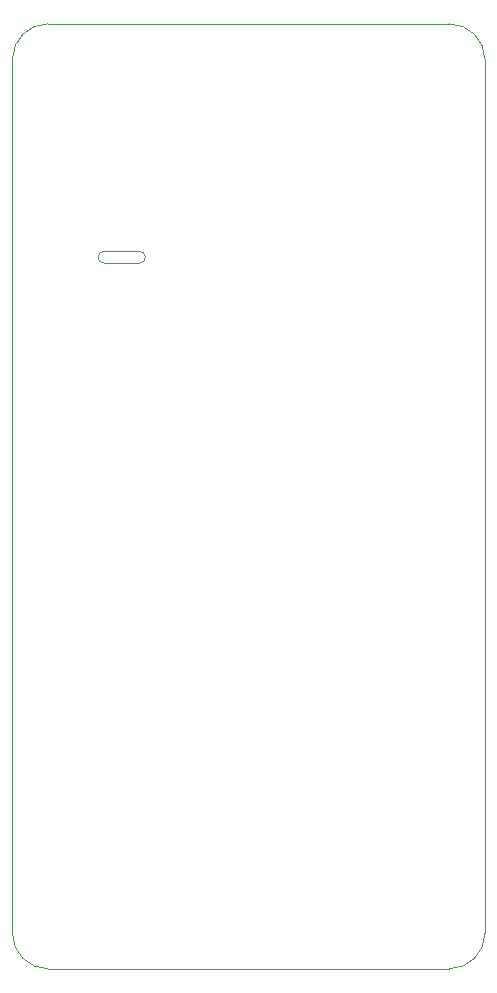
<source format=gm1>
%TF.GenerationSoftware,KiCad,Pcbnew,(5.1.10)-1*%
%TF.CreationDate,2022-01-11T09:06:52+01:00*%
%TF.ProjectId,EspOptoProg,4573704f-7074-46f5-9072-6f672e6b6963,rev?*%
%TF.SameCoordinates,Original*%
%TF.FileFunction,Profile,NP*%
%FSLAX46Y46*%
G04 Gerber Fmt 4.6, Leading zero omitted, Abs format (unit mm)*
G04 Created by KiCad (PCBNEW (5.1.10)-1) date 2022-01-11 09:06:52*
%MOMM*%
%LPD*%
G01*
G04 APERTURE LIST*
%TA.AperFunction,Profile*%
%ADD10C,0.100000*%
%TD*%
G04 APERTURE END LIST*
D10*
X0Y3000000D02*
X0Y77000000D01*
X37000000Y0D02*
X3000000Y0D01*
X40000000Y77000000D02*
X40000000Y3000000D01*
X3000000Y80000000D02*
X37000000Y80000000D01*
X40000000Y3000000D02*
G75*
G02*
X37000000Y0I-3000000J0D01*
G01*
X3000000Y0D02*
G75*
G02*
X0Y3000000I0J3000000D01*
G01*
X0Y77000000D02*
G75*
G02*
X3000000Y80000000I3000000J0D01*
G01*
X37000000Y80000000D02*
G75*
G02*
X40000000Y77000000I0J-3000000D01*
G01*
X10750000Y60750000D02*
G75*
G02*
X10750000Y59750000I0J-500000D01*
G01*
X7750000Y59750000D02*
G75*
G02*
X7750000Y60750000I0J500000D01*
G01*
X10750000Y59750000D02*
X7750000Y59750000D01*
X7750000Y60750000D02*
X10750000Y60750000D01*
M02*

</source>
